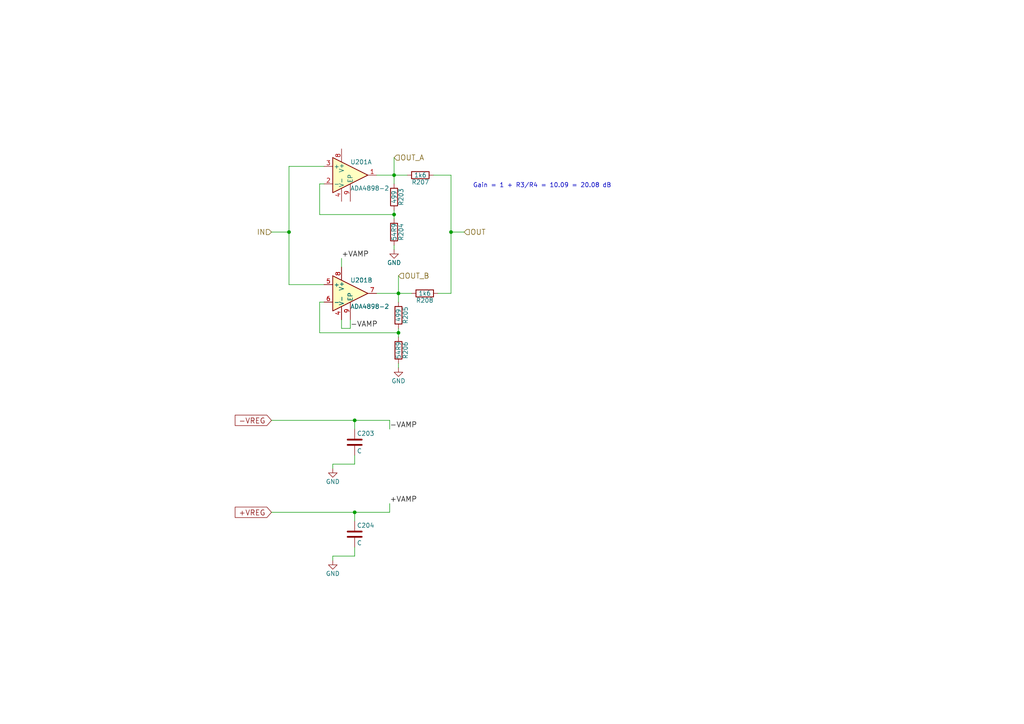
<source format=kicad_sch>
(kicad_sch (version 20211123) (generator eeschema)
  (paper "A4")
  (title_block (title "\"Hoffmann lono\" LNA") (rev "2017.02") (comment 1 "Anders Wallin (anders.e.e.wallin \"at\" gmail.com)"))
  (lib_symbols
    (symbol "hoffmann_lna_v1-rescue:ADA4898-2-aw" (pin_names (offset 0.254))
      (property "Reference" "U" (at 0 3.81 0))
      (property "Value" "ADA4898-2-aw" (at 0 -3.81 0))
      (symbol "ADA4898-2-aw_0_1"
        (polyline (pts (xy -5.08 5.08) (xy 5.08 0) (xy -5.08 -5.08) (xy -5.08 5.08)) (stroke (width 0.254)) (fill (type background)))
        (pin power_in line (at -2.54 -7.62 90) (length 3.81) (name "V-") (number "4"))
        (pin power_in line (at -2.54 7.62 270) (length 3.81) (name "V+") (number "8"))
      )
      (symbol "ADA4898-2-aw_1_1"
        (pin output line (at 7.62 0 180) (length 2.54) (name "~") (number "1"))
        (pin input line (at -7.62 -2.54 0) (length 2.54) (name "-") (number "2"))
        (pin input line (at -7.62 2.54 0) (length 2.54) (name "+") (number "3"))
        (pin input line (at 0 -7.62 90) (length 5.08) (name "EP") (number "9"))
      )
      (symbol "ADA4898-2-aw_2_1"
        (pin input line (at -7.62 2.54 0) (length 2.54) (name "+") (number "5"))
        (pin input line (at -7.62 -2.54 0) (length 2.54) (name "-") (number "6"))
        (pin output line (at 7.62 0 180) (length 2.54) (name "~") (number "7"))
        (pin input line (at 0 -7.62 90) (length 5.08) (name "EP") (number "9"))
      )
    )
    (symbol "hoffmann_lna_v1-rescue:C" (pin_numbers hide) (pin_names (offset 0.254))
      (property "Reference" "C" (at 0.635 2.54 0))
      (property "Value" "C" (at 0.635 -2.54 0))
      (symbol "C_0_1"
        (polyline (pts (xy -2.032 -0.762) (xy 2.032 -0.762)) (stroke (width 0.508)))
        (polyline (pts (xy -2.032 0.762) (xy 2.032 0.762)) (stroke (width 0.508)))
      )
      (symbol "C_1_1"
        (pin passive line (at 0 3.81 270) (length 2.794) (name "~") (number "1"))
        (pin passive line (at 0 -3.81 90) (length 2.794) (name "~") (number "2"))
      )
    )
    (symbol "hoffmann_lna_v1-rescue:R" (pin_numbers hide) (pin_names (offset 0))
      (property "Reference" "R" (at 2.032 0 90))
      (property "Value" "R" (at 0 0 90))
      (symbol "R_0_1"
        (rectangle (start -1.016 -2.54) (end 1.016 2.54) (stroke (width 0.254)))
      )
      (symbol "R_1_1"
        (pin passive line (at 0 3.81 270) (length 1.27) (name "~") (number "1"))
        (pin passive line (at 0 -3.81 90) (length 1.27) (name "~") (number "2"))
      )
    )
    (symbol "power:GND" (power) (pin_names (offset 0))
      (property "Value" "GND" (at 0 -3.81 0))
      (symbol "GND_0_1"
        (polyline (pts (xy 0 0) (xy 0 -1.27) (xy 1.27 -1.27) (xy 0 -2.54) (xy -1.27 -1.27) (xy 0 -1.27)))
      )
      (symbol "GND_1_1"
        (pin power_in line (at 0 0 270) (length 0) hide (name "GND") (number "1"))
      )
    )
  )
  (junction (at 114.3 62.23))
  (junction (at 115.57 96.52))
  (junction (at 114.3 50.8))
  (junction (at 130.81 67.31))
  (junction (at 102.87 148.59))
  (junction (at 115.57 85.09))
  (junction (at 102.87 121.92))
  (junction (at 83.82 67.31))
  (wire (pts (xy 113.03 148.59) (xy 113.03 146.05)))
  (wire (pts (xy 96.52 161.29) (xy 96.52 162.56)))
  (wire (pts (xy 102.87 134.62) (xy 96.52 134.62)))
  (wire (pts (xy 83.82 67.31) (xy 83.82 82.55)))
  (wire (pts (xy 134.62 67.31) (xy 130.81 67.31)))
  (wire (pts (xy 83.82 48.26) (xy 83.82 67.31)))
  (wire (pts (xy 102.87 161.29) (xy 96.52 161.29)))
  (wire (pts (xy 102.87 121.92) (xy 113.03 121.92)))
  (wire (pts (xy 99.06 92.71) (xy 99.06 95.25)))
  (wire (pts (xy 92.71 87.63) (xy 93.98 87.63)))
  (wire (pts (xy 114.3 45.72) (xy 114.3 50.8)))
  (wire (pts (xy 96.52 134.62) (xy 96.52 135.89)))
  (wire (pts (xy 115.57 96.52) (xy 115.57 97.79)))
  (wire (pts (xy 115.57 80.01) (xy 115.57 85.09)))
  (wire (pts (xy 102.87 151.13) (xy 102.87 148.59)))
  (wire (pts (xy 92.71 53.34) (xy 93.98 53.34)))
  (wire (pts (xy 115.57 96.52) (xy 92.71 96.52)))
  (wire (pts (xy 92.71 96.52) (xy 92.71 87.63)))
  (wire (pts (xy 130.81 50.8) (xy 125.73 50.8)))
  (wire (pts (xy 127 85.09) (xy 130.81 85.09)))
  (wire (pts (xy 114.3 72.39) (xy 114.3 71.12)))
  (wire (pts (xy 115.57 85.09) (xy 119.38 85.09)))
  (wire (pts (xy 130.81 67.31) (xy 130.81 50.8)))
  (wire (pts (xy 83.82 82.55) (xy 93.98 82.55)))
  (wire (pts (xy 109.22 85.09) (xy 115.57 85.09)))
  (wire (pts (xy 114.3 50.8) (xy 109.22 50.8)))
  (wire (pts (xy 115.57 106.68) (xy 115.57 105.41)))
  (wire (pts (xy 102.87 121.92) (xy 102.87 124.46)))
  (wire (pts (xy 130.81 85.09) (xy 130.81 67.31)))
  (wire (pts (xy 78.74 121.92) (xy 102.87 121.92)))
  (wire (pts (xy 93.98 48.26) (xy 83.82 48.26)))
  (wire (pts (xy 114.3 62.23) (xy 114.3 60.96)))
  (wire (pts (xy 118.11 50.8) (xy 114.3 50.8)))
  (wire (pts (xy 115.57 95.25) (xy 115.57 96.52)))
  (wire (pts (xy 114.3 62.23) (xy 92.71 62.23)))
  (wire (pts (xy 99.06 77.47) (xy 99.06 74.93)))
  (wire (pts (xy 102.87 161.29) (xy 102.87 158.75)))
  (wire (pts (xy 102.87 148.59) (xy 113.03 148.59)))
  (wire (pts (xy 92.71 62.23) (xy 92.71 53.34)))
  (wire (pts (xy 99.06 95.25) (xy 101.6 95.25)))
  (wire (pts (xy 78.74 67.31) (xy 83.82 67.31)))
  (wire (pts (xy 102.87 134.62) (xy 102.87 132.08)))
  (wire (pts (xy 101.6 95.25) (xy 101.6 92.71)))
  (wire (pts (xy 114.3 50.8) (xy 114.3 53.34)))
  (wire (pts (xy 114.3 63.5) (xy 114.3 62.23)))
  (wire (pts (xy 78.74 148.59) (xy 102.87 148.59)))
  (wire (pts (xy 115.57 85.09) (xy 115.57 87.63)))
  (wire (pts (xy 113.03 121.92) (xy 113.03 124.46)))
  (text "Gain = 1 + R3/R4 = 10.09 = 20.08 dB" (at 137.16 54.61 0) (effects (font (size 1.27 1.27)) (justify left bottom)))
  (label "+VAMP" (at 113.03 146.05 0) (effects (font (size 1.524 1.524))))
  (label "-VAMP" (at 113.03 124.46 0) (effects (font (size 1.524 1.524))))
  (label "+VAMP" (at 99.06 74.93 0) (effects (font (size 1.524 1.524))))
  (label "-VAMP" (at 101.6 95.25 0) (effects (font (size 1.524 1.524))))
  (global_label "-VREG" (shape input) (at 78.74 121.92 180) (effects (font (size 1.524 1.524))) (property "Intersheet References" "${INTERSHEET_REFS}" (effects hide)))
  (global_label "+VREG" (shape input) (at 78.74 148.59 180) (effects (font (size 1.524 1.524))) (property "Intersheet References" "${INTERSHEET_REFS}" (effects hide)))
  (hierarchical_label "OUT_A" (shape input) (at 114.3 45.72 0) (effects (font (size 1.524 1.524))))
  (hierarchical_label "IN" (shape input) (at 78.74 67.31 180) (effects (font (size 1.524 1.524))))
  (hierarchical_label "OUT_B" (shape input) (at 115.57 80.01 0) (effects (font (size 1.524 1.524))))
  (hierarchical_label "OUT" (shape input) (at 134.62 67.31 0) (effects (font (size 1.524 1.524))))
  (symbol (lib_id "hoffmann_lna_v1-rescue:ADA4898-2-aw") (at 101.6 50.8 0) (unit 1)
    (property "Reference" "U201" (at 101.6 46.99 0) (effects (justify left)))
    (property "Value" "ADA4898-2" (at 101.6 54.61 0) (effects (justify left)))
    (property "Footprint" "Housings_SOIC:SOIC-8-1EP_3.9x4.9mm_Pitch1.27mm" (effects hide))
  )
  (symbol (lib_id "hoffmann_lna_v1-rescue:ADA4898-2-aw") (at 101.6 85.09 0) (unit 2)
    (property "Reference" "U201" (at 101.6 81.28 0) (effects (justify left)))
    (property "Value" "ADA4898-2" (at 101.6 88.9 0) (effects (justify left)))
    (property "Footprint" "Housings_SOIC:SOIC-8-1EP_3.9x4.9mm_Pitch1.27mm" (effects hide))
  )
  (symbol (lib_id "hoffmann_lna_v1-rescue:C") (at 102.87 128.27 0) (unit 1)
    (property "Reference" "C203" (at 103.505 125.73 0) (effects (justify left)))
    (property "Value" "C" (at 103.505 130.81 0) (effects (justify left)))
    (property "Footprint" "Capacitors_SMD:C_0805" (effects hide))
  )
  (symbol (lib_id "power:GND") (at 96.52 135.89 0) (unit 1)
    (property "Reference" "#PWR025" (effects hide))
    (property "Value" "GND" (at 96.52 139.7 0))
  )
  (symbol (lib_id "hoffmann_lna_v1-rescue:C") (at 102.87 154.94 0) (unit 1)
    (property "Reference" "C204" (at 103.505 152.4 0) (effects (justify left)))
    (property "Value" "C" (at 103.505 157.48 0) (effects (justify left)))
    (property "Footprint" "Capacitors_SMD:C_0805" (effects hide))
  )
  (symbol (lib_id "power:GND") (at 96.52 162.56 0) (unit 1)
    (property "Reference" "#PWR026" (effects hide))
    (property "Value" "GND" (at 96.52 166.37 0))
  )
  (symbol (lib_id "hoffmann_lna_v1-rescue:R") (at 115.57 91.44 0) (unit 1)
    (property "Reference" "R205" (at 117.602 91.44 90))
    (property "Value" "499" (at 115.57 91.44 90))
    (property "Footprint" "Resistors_SMD:R_0603" (effects hide))
  )
  (symbol (lib_id "hoffmann_lna_v1-rescue:R") (at 115.57 101.6 0) (unit 1)
    (property "Reference" "R206" (at 117.602 101.6 90))
    (property "Value" "54R9" (at 115.57 101.6 90))
    (property "Footprint" "Resistors_SMD:R_0603" (effects hide))
  )
  (symbol (lib_id "power:GND") (at 115.57 106.68 0) (unit 1)
    (property "Reference" "#PWR027" (effects hide))
    (property "Value" "GND" (at 115.57 110.49 0))
  )
  (symbol (lib_id "hoffmann_lna_v1-rescue:R") (at 123.19 85.09 270) (unit 1)
    (property "Reference" "R208" (at 123.19 87.122 90))
    (property "Value" "1k6" (at 123.19 85.09 90))
    (property "Footprint" "Resistors_SMD:R_0603" (effects hide))
  )
  (symbol (lib_id "hoffmann_lna_v1-rescue:R") (at 121.92 50.8 270) (unit 1)
    (property "Reference" "R207" (at 121.92 52.832 90))
    (property "Value" "1k6" (at 121.92 50.8 90))
    (property "Footprint" "Resistors_SMD:R_0603" (effects hide))
  )
  (symbol (lib_id "hoffmann_lna_v1-rescue:R") (at 114.3 57.15 0) (unit 1)
    (property "Reference" "R203" (at 116.332 57.15 90))
    (property "Value" "499" (at 114.3 57.15 90))
    (property "Footprint" "Resistors_SMD:R_0603" (effects hide))
  )
  (symbol (lib_id "hoffmann_lna_v1-rescue:R") (at 114.3 67.31 0) (unit 1)
    (property "Reference" "R204" (at 116.332 67.31 90))
    (property "Value" "54R9" (at 114.3 67.31 90))
    (property "Footprint" "Resistors_SMD:R_0603" (effects hide))
  )
  (symbol (lib_id "power:GND") (at 114.3 72.39 0) (unit 1)
    (property "Reference" "#PWR028" (effects hide))
    (property "Value" "GND" (at 114.3 76.2 0))
  )
)
</source>
